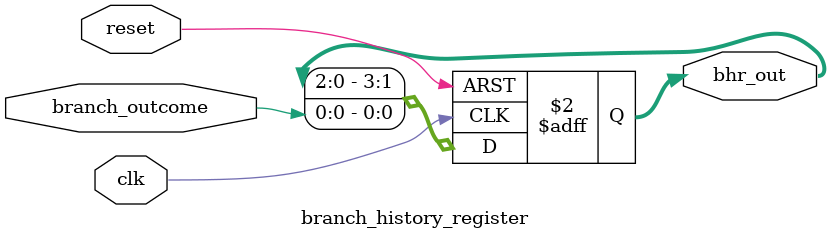
<source format=sv>
module branch_history_register #(parameter M = 4) (
    input logic clk,
    input logic reset,
    input logic branch_outcome,  // 1: taken, 0: not taken
    output logic [M-1:0] bhr_out // Current branch history
);

    always_ff @(posedge clk or posedge reset) begin
        if (reset) 
            bhr_out <= 0; // Clear BHR on reset
        else 
            bhr_out <= {bhr_out[M-2:0], branch_outcome}; // Shift in new outcome
    end

endmodule

</source>
